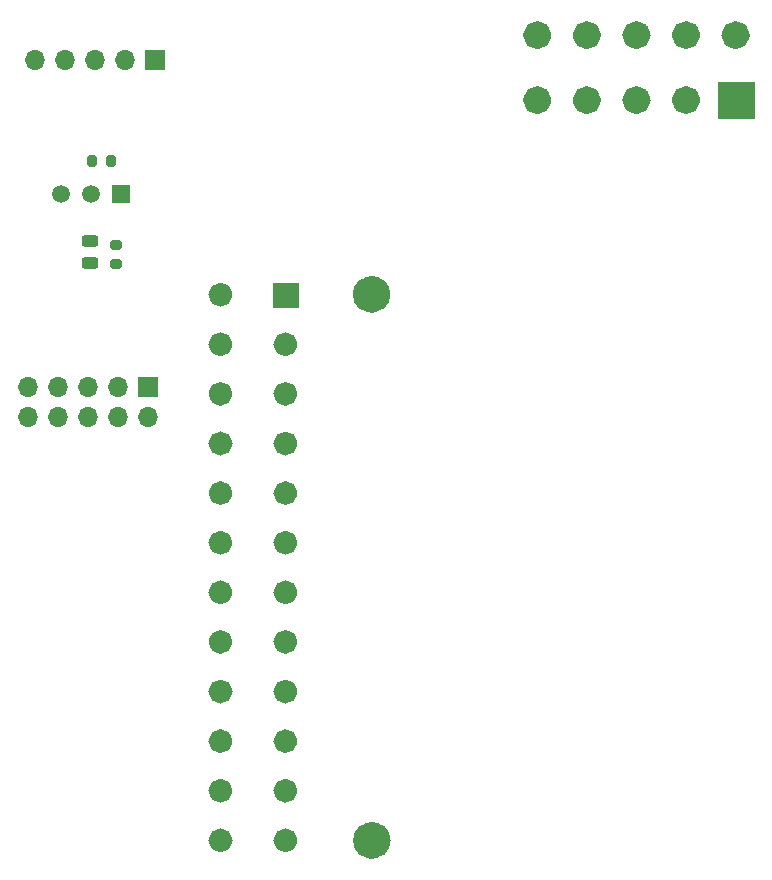
<source format=gbr>
%TF.GenerationSoftware,KiCad,Pcbnew,8.0.3*%
%TF.CreationDate,2024-11-03T21:09:01+01:00*%
%TF.ProjectId,IIsi_ATX,49497369-5f41-4545-982e-6b696361645f,rev?*%
%TF.SameCoordinates,Original*%
%TF.FileFunction,Soldermask,Top*%
%TF.FilePolarity,Negative*%
%FSLAX46Y46*%
G04 Gerber Fmt 4.6, Leading zero omitted, Abs format (unit mm)*
G04 Created by KiCad (PCBNEW 8.0.3) date 2024-11-03 21:09:01*
%MOMM*%
%LPD*%
G01*
G04 APERTURE LIST*
G04 Aperture macros list*
%AMRoundRect*
0 Rectangle with rounded corners*
0 $1 Rounding radius*
0 $2 $3 $4 $5 $6 $7 $8 $9 X,Y pos of 4 corners*
0 Add a 4 corners polygon primitive as box body*
4,1,4,$2,$3,$4,$5,$6,$7,$8,$9,$2,$3,0*
0 Add four circle primitives for the rounded corners*
1,1,$1+$1,$2,$3*
1,1,$1+$1,$4,$5*
1,1,$1+$1,$6,$7*
1,1,$1+$1,$8,$9*
0 Add four rect primitives between the rounded corners*
20,1,$1+$1,$2,$3,$4,$5,0*
20,1,$1+$1,$4,$5,$6,$7,0*
20,1,$1+$1,$6,$7,$8,$9,0*
20,1,$1+$1,$8,$9,$2,$3,0*%
G04 Aperture macros list end*
%ADD10C,1.576200*%
%ADD11C,1.026200*%
%ADD12C,0.010000*%
%ADD13C,1.226200*%
%ADD14R,1.700000X1.700000*%
%ADD15O,1.700000X1.700000*%
%ADD16RoundRect,0.200000X0.275000X-0.200000X0.275000X0.200000X-0.275000X0.200000X-0.275000X-0.200000X0*%
%ADD17C,3.000000*%
%ADD18RoundRect,0.243750X0.456250X-0.243750X0.456250X0.243750X-0.456250X0.243750X-0.456250X-0.243750X0*%
%ADD19R,1.500000X1.500000*%
%ADD20C,1.500000*%
%ADD21RoundRect,0.200000X0.200000X0.275000X-0.200000X0.275000X-0.200000X-0.275000X0.200000X-0.275000X0*%
G04 APERTURE END LIST*
D10*
%TO.C,J1*%
X91878300Y-123252600D02*
G75*
G02*
X90302100Y-123252600I-788100J0D01*
G01*
X90302100Y-123252600D02*
G75*
G02*
X91878300Y-123252600I788100J0D01*
G01*
D11*
X78788100Y-123250000D02*
G75*
G02*
X77761900Y-123250000I-513100J0D01*
G01*
X77761900Y-123250000D02*
G75*
G02*
X78788100Y-123250000I513100J0D01*
G01*
X84288100Y-123250000D02*
G75*
G02*
X83261900Y-123250000I-513100J0D01*
G01*
X83261900Y-123250000D02*
G75*
G02*
X84288100Y-123250000I513100J0D01*
G01*
X78788100Y-119050000D02*
G75*
G02*
X77761900Y-119050000I-513100J0D01*
G01*
X77761900Y-119050000D02*
G75*
G02*
X78788100Y-119050000I513100J0D01*
G01*
X84288100Y-119050000D02*
G75*
G02*
X83261900Y-119050000I-513100J0D01*
G01*
X83261900Y-119050000D02*
G75*
G02*
X84288100Y-119050000I513100J0D01*
G01*
X78788100Y-114850000D02*
G75*
G02*
X77761900Y-114850000I-513100J0D01*
G01*
X77761900Y-114850000D02*
G75*
G02*
X78788100Y-114850000I513100J0D01*
G01*
X84288100Y-114850000D02*
G75*
G02*
X83261900Y-114850000I-513100J0D01*
G01*
X83261900Y-114850000D02*
G75*
G02*
X84288100Y-114850000I513100J0D01*
G01*
X78788100Y-110650000D02*
G75*
G02*
X77761900Y-110650000I-513100J0D01*
G01*
X77761900Y-110650000D02*
G75*
G02*
X78788100Y-110650000I513100J0D01*
G01*
X84288100Y-110650000D02*
G75*
G02*
X83261900Y-110650000I-513100J0D01*
G01*
X83261900Y-110650000D02*
G75*
G02*
X84288100Y-110650000I513100J0D01*
G01*
X78788100Y-106450000D02*
G75*
G02*
X77761900Y-106450000I-513100J0D01*
G01*
X77761900Y-106450000D02*
G75*
G02*
X78788100Y-106450000I513100J0D01*
G01*
X84288100Y-106450000D02*
G75*
G02*
X83261900Y-106450000I-513100J0D01*
G01*
X83261900Y-106450000D02*
G75*
G02*
X84288100Y-106450000I513100J0D01*
G01*
X78788100Y-102250000D02*
G75*
G02*
X77761900Y-102250000I-513100J0D01*
G01*
X77761900Y-102250000D02*
G75*
G02*
X78788100Y-102250000I513100J0D01*
G01*
X84288100Y-102250000D02*
G75*
G02*
X83261900Y-102250000I-513100J0D01*
G01*
X83261900Y-102250000D02*
G75*
G02*
X84288100Y-102250000I513100J0D01*
G01*
X78788100Y-98050000D02*
G75*
G02*
X77761900Y-98050000I-513100J0D01*
G01*
X77761900Y-98050000D02*
G75*
G02*
X78788100Y-98050000I513100J0D01*
G01*
X84288100Y-98050000D02*
G75*
G02*
X83261900Y-98050000I-513100J0D01*
G01*
X83261900Y-98050000D02*
G75*
G02*
X84288100Y-98050000I513100J0D01*
G01*
X78788100Y-93850000D02*
G75*
G02*
X77761900Y-93850000I-513100J0D01*
G01*
X77761900Y-93850000D02*
G75*
G02*
X78788100Y-93850000I513100J0D01*
G01*
X84288100Y-93850000D02*
G75*
G02*
X83261900Y-93850000I-513100J0D01*
G01*
X83261900Y-93850000D02*
G75*
G02*
X84288100Y-93850000I513100J0D01*
G01*
X78788100Y-89650000D02*
G75*
G02*
X77761900Y-89650000I-513100J0D01*
G01*
X77761900Y-89650000D02*
G75*
G02*
X78788100Y-89650000I513100J0D01*
G01*
X84288100Y-89650000D02*
G75*
G02*
X83261900Y-89650000I-513100J0D01*
G01*
X83261900Y-89650000D02*
G75*
G02*
X84288100Y-89650000I513100J0D01*
G01*
X78788100Y-85450000D02*
G75*
G02*
X77761900Y-85450000I-513100J0D01*
G01*
X77761900Y-85450000D02*
G75*
G02*
X78788100Y-85450000I513100J0D01*
G01*
X84288100Y-85450000D02*
G75*
G02*
X83261900Y-85450000I-513100J0D01*
G01*
X83261900Y-85450000D02*
G75*
G02*
X84288100Y-85450000I513100J0D01*
G01*
X78788100Y-81250000D02*
G75*
G02*
X77761900Y-81250000I-513100J0D01*
G01*
X77761900Y-81250000D02*
G75*
G02*
X78788100Y-81250000I513100J0D01*
G01*
X84288100Y-81250000D02*
G75*
G02*
X83261900Y-81250000I-513100J0D01*
G01*
X83261900Y-81250000D02*
G75*
G02*
X84288100Y-81250000I513100J0D01*
G01*
X78788100Y-77050000D02*
G75*
G02*
X77761900Y-77050000I-513100J0D01*
G01*
X77761900Y-77050000D02*
G75*
G02*
X78788100Y-77050000I513100J0D01*
G01*
D10*
X91852900Y-77024600D02*
G75*
G02*
X90276700Y-77024600I-788100J0D01*
G01*
X90276700Y-77024600D02*
G75*
G02*
X91852900Y-77024600I788100J0D01*
G01*
D12*
X84801200Y-78076200D02*
X82748800Y-78076200D01*
X82748800Y-76023800D01*
X84801200Y-76023800D01*
X84801200Y-78076200D01*
G36*
X84801200Y-78076200D02*
G01*
X82748800Y-78076200D01*
X82748800Y-76023800D01*
X84801200Y-76023800D01*
X84801200Y-78076200D01*
G37*
%TO.C,J2*%
D13*
X122504450Y-55075000D02*
G75*
G02*
X121278250Y-55075000I-613100J0D01*
G01*
X121278250Y-55075000D02*
G75*
G02*
X122504450Y-55075000I613100J0D01*
G01*
X118304450Y-60575000D02*
G75*
G02*
X117078250Y-60575000I-613100J0D01*
G01*
X117078250Y-60575000D02*
G75*
G02*
X118304450Y-60575000I613100J0D01*
G01*
X118304450Y-55075000D02*
G75*
G02*
X117078250Y-55075000I-613100J0D01*
G01*
X117078250Y-55075000D02*
G75*
G02*
X118304450Y-55075000I613100J0D01*
G01*
X114104450Y-60575000D02*
G75*
G02*
X112878250Y-60575000I-613100J0D01*
G01*
X112878250Y-60575000D02*
G75*
G02*
X114104450Y-60575000I613100J0D01*
G01*
X114104450Y-55075000D02*
G75*
G02*
X112878250Y-55075000I-613100J0D01*
G01*
X112878250Y-55075000D02*
G75*
G02*
X114104450Y-55075000I613100J0D01*
G01*
X109904450Y-60575000D02*
G75*
G02*
X108678250Y-60575000I-613100J0D01*
G01*
X108678250Y-60575000D02*
G75*
G02*
X109904450Y-60575000I613100J0D01*
G01*
X109904450Y-55075000D02*
G75*
G02*
X108678250Y-55075000I-613100J0D01*
G01*
X108678250Y-55075000D02*
G75*
G02*
X109904450Y-55075000I613100J0D01*
G01*
X105704450Y-60575000D02*
G75*
G02*
X104478250Y-60575000I-613100J0D01*
G01*
X104478250Y-60575000D02*
G75*
G02*
X105704450Y-60575000I613100J0D01*
G01*
X105704450Y-55075000D02*
G75*
G02*
X104478250Y-55075000I-613100J0D01*
G01*
X104478250Y-55075000D02*
G75*
G02*
X105704450Y-55075000I613100J0D01*
G01*
D12*
X123417550Y-62101200D02*
X120365150Y-62101200D01*
X120365150Y-59048800D01*
X123417550Y-59048800D01*
X123417550Y-62101200D01*
G36*
X123417550Y-62101200D02*
G01*
X120365150Y-62101200D01*
X120365150Y-59048800D01*
X123417550Y-59048800D01*
X123417550Y-62101200D01*
G37*
%TD*%
D14*
%TO.C,CN2*%
X72175000Y-84875000D03*
D15*
X72175000Y-87415000D03*
X69635000Y-84875000D03*
X69635000Y-87415000D03*
X67095000Y-84875000D03*
X67095000Y-87415000D03*
X64555000Y-84875000D03*
X64555000Y-87415000D03*
X62015000Y-84875000D03*
X62015000Y-87415000D03*
%TD*%
D16*
%TO.C,R1*%
X69468750Y-74450000D03*
X69468750Y-72800000D03*
%TD*%
D14*
%TO.C,J3*%
X72745600Y-57150000D03*
D15*
X70205600Y-57150000D03*
X67665600Y-57150000D03*
X65125600Y-57150000D03*
X62585600Y-57150000D03*
%TD*%
D17*
%TO.C,J1*%
X91090200Y-123252600D03*
X91064800Y-77024600D03*
%TD*%
D18*
%TO.C,D1*%
X67243750Y-74387500D03*
X67243750Y-72512500D03*
%TD*%
D19*
%TO.C,Q1*%
X69840000Y-68560000D03*
D20*
X67300000Y-68560000D03*
X64760000Y-68560000D03*
%TD*%
D21*
%TO.C,R2*%
X69025000Y-65700000D03*
X67375000Y-65700000D03*
%TD*%
M02*

</source>
